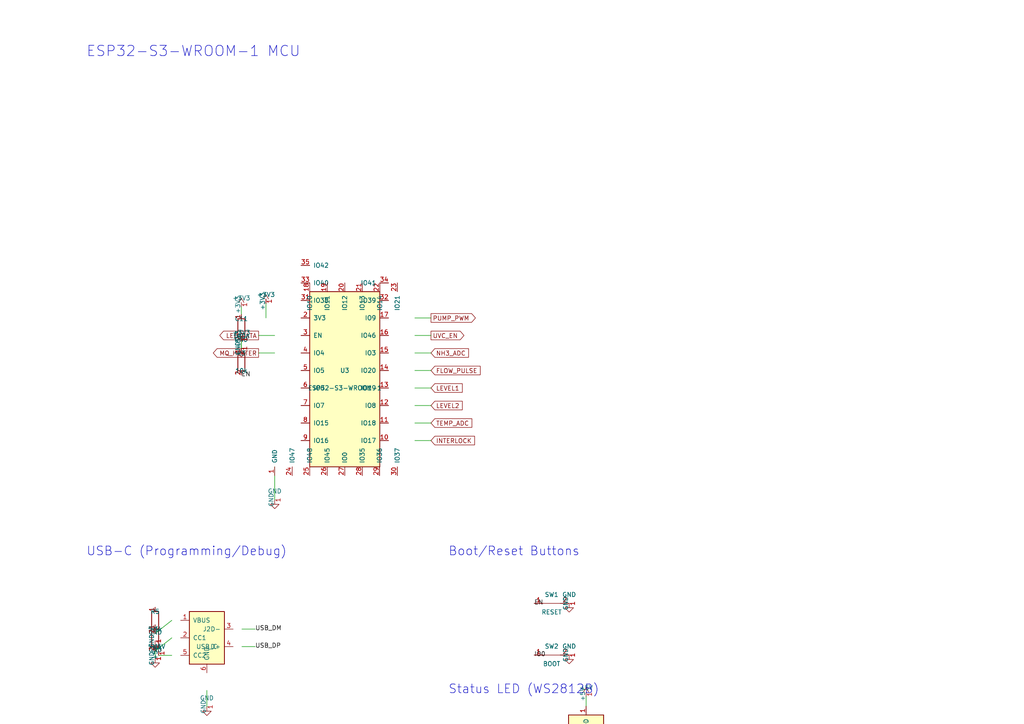
<source format=kicad_sch>
(kicad_sch (version 20231120) (generator "petfilter_schgen") (generator_version "1.0")
  (paper "A4")
  (title_block (title "PetFilter - ESP32-S3 MCU") (date "2026-02-15") (rev "0.1") (company "PetFilter"))
  (lib_symbols
    (symbol "power:+3V3" (power) (pin_names (offset 0)) (in_bom no) (on_board no)
      (property "Value" "+3V3" (at 0 3.81 0))
      (symbol "+3V3_0_1"
        (polyline (pts (xy -0.762 1.27) (xy 0 2.54) (xy 0.762 1.27)))
      )
      (symbol "+3V3_1_1"
        (pin power_in line (at 0 0 90) (length 1.27) (name "+3V3") (number "1"))
      )
    )
    (symbol "power:+5V" (power) (pin_names (offset 0)) (in_bom no) (on_board no)
      (property "Value" "+5V" (at 0 3.81 0))
      (symbol "+5V_0_1"
        (polyline (pts (xy -0.762 1.27) (xy 0 2.54) (xy 0.762 1.27)))
      )
      (symbol "+5V_1_1"
        (pin power_in line (at 0 0 90) (length 1.27) (name "+5V") (number "1"))
      )
    )
    (symbol "power:GND" (power) (pin_names (offset 0)) (in_bom no) (on_board no)
      (property "Value" "GND" (at 0 -3.81 0))
      (symbol "GND_0_1"
        (polyline (pts (xy 0 0) (xy 0 -1.27) (xy 1.27 -1.27) (xy 0 -2.54) (xy -1.27 -1.27) (xy 0 -1.27)))
      )
      (symbol "GND_1_1"
        (pin power_in line (at 0 0 270) (length 0.00) (name "GND") (number "1"))
      )
    )
    (symbol "Device:R" (pin_names (offset 0) hide)
      (property "Reference" "R" (at 2.54 0 90))
      (property "Value" "R" (at -2.54 0 90))
      (symbol "R_0_1"
        (rectangle (start -1.016 2.54) (end 1.016 -2.54) (stroke (width 0.254)))
      )
      (symbol "R_1_1"
        (pin passive line (at 0 3.81 270) (length 1.27) (name "~") (number "1"))
        (pin passive line (at 0 -3.81 90) (length 1.27) (name "~") (number "2"))
      )
    )
    (symbol "Device:C" (pin_names (offset 0) hide)
      (property "Reference" "C" (at 2.54 0 90))
      (property "Value" "C" (at -2.54 0 90))
      (symbol "C_0_1"
        (rectangle (start -1.016 2.54) (end 1.016 -2.54) (stroke (width 0.254)))
      )
      (symbol "C_1_1"
        (pin passive line (at 0 3.81 270) (length 1.27) (name "~") (number "1"))
        (pin passive line (at 0 -3.81 90) (length 1.27) (name "~") (number "2"))
      )
    )
    (symbol "Switch:SW_Push" (pin_names (offset 1.016) hide)
      (property "Reference" "SW" (at 2.54 2.54 0))
      (property "Value" "SW_Push" (at 0 -2.54 0))
      (symbol "SW_Push_0_1"
        (polyline (pts (xy -2.54 0) (xy 2.54 0)))
      )
      (symbol "SW_Push_1_1"
        (pin passive line (at -5.08 0 0) (length 2.54) (name "1") (number "1"))
        (pin passive line (at 5.08 0 180) (length 2.54) (name "2") (number "2"))
      )
    )
    (symbol "LED:WS2812B" (pin_names (offset 1.016))
      (property "Reference" "D" (at 0 8.89 0))
      (property "Value" "WS2812B" (at 0 -8.89 0))
      (symbol "WS2812B_0_1"
        (rectangle (start -5.08 7.62) (end 5.08 -7.62) (stroke (width 0.254)) (fill (type background)))
      )
      (symbol "WS2812B_1_1"
        (pin power_in line (at 0 10.16 270) (length 2.54) (name "VDD") (number "1"))
        (pin output line (at 7.62 0 180) (length 2.54) (name "DO") (number "2"))
        (pin power_in line (at 0 -10.16 90) (length 2.54) (name "GND") (number "3"))
        (pin input line (at -7.62 0 0) (length 2.54) (name "DI") (number "4"))
      )
    )
    (symbol "RF_Module:ESP32-S3-WROOM-1" (pin_names (offset 1.016))
      (property "Reference" "U" (at 0 27.94 0))
      (property "Value" "ESP32-S3-WROOM-1" (at 0 -27.94 0))
      (symbol "ESP32-S3-WROOM-1_0_1"
        (rectangle (start -10.16 25.40) (end 10.16 -25.40) (stroke (width 0.254)) (fill (type background)))
      )
      (symbol "ESP32-S3-WROOM-1_1_1"
        (pin power_in line (at -12.70 17.78 0) (length 2.54) (name "3V3") (number "2"))
        (pin input line (at -12.70 12.70 0) (length 2.54) (name "EN") (number "3"))
        (pin bidirectional line (at -12.70 7.62 0) (length 2.54) (name "IO4") (number "4"))
        (pin bidirectional line (at -12.70 2.54 0) (length 2.54) (name "IO5") (number "5"))
        (pin bidirectional line (at -12.70 -2.54 0) (length 2.54) (name "IO6") (number "6"))
        (pin bidirectional line (at -12.70 -7.62 0) (length 2.54) (name "IO7") (number "7"))
        (pin bidirectional line (at -12.70 -12.70 0) (length 2.54) (name "IO15") (number "8"))
        (pin bidirectional line (at -12.70 -17.78 0) (length 2.54) (name "IO16") (number "9"))
        (pin bidirectional line (at 12.70 -17.78 180) (length 2.54) (name "IO17") (number "10"))
        (pin bidirectional line (at 12.70 -12.70 180) (length 2.54) (name "IO18") (number "11"))
        (pin bidirectional line (at 12.70 -7.62 180) (length 2.54) (name "IO8") (number "12"))
        (pin bidirectional line (at 12.70 -2.54 180) (length 2.54) (name "IO19") (number "13"))
        (pin bidirectional line (at 12.70 2.54 180) (length 2.54) (name "IO20") (number "14"))
        (pin bidirectional line (at 12.70 7.62 180) (length 2.54) (name "IO3") (number "15"))
        (pin bidirectional line (at 12.70 12.70 180) (length 2.54) (name "IO46") (number "16"))
        (pin bidirectional line (at 12.70 17.78 180) (length 2.54) (name "IO9") (number "17"))
        (pin bidirectional line (at -10.16 27.94 270) (length 2.54) (name "IO10") (number "18"))
        (pin bidirectional line (at -5.08 27.94 270) (length 2.54) (name "IO11") (number "19"))
        (pin bidirectional line (at 0.00 27.94 270) (length 2.54) (name "IO12") (number "20"))
        (pin bidirectional line (at 5.08 27.94 270) (length 2.54) (name "IO13") (number "21"))
        (pin bidirectional line (at 10.16 27.94 270) (length 2.54) (name "IO14") (number "22"))
        (pin bidirectional line (at 15.24 27.94 270) (length 2.54) (name "IO21") (number "23"))
        (pin bidirectional line (at -15.24 -27.94 90) (length 2.54) (name "IO47") (number "24"))
        (pin bidirectional line (at -10.16 -27.94 90) (length 2.54) (name "IO48") (number "25"))
        (pin bidirectional line (at -5.08 -27.94 90) (length 2.54) (name "IO45") (number "26"))
        (pin bidirectional line (at 0.00 -27.94 90) (length 2.54) (name "IO0") (number "27"))
        (pin bidirectional line (at 5.08 -27.94 90) (length 2.54) (name "IO35") (number "28"))
        (pin bidirectional line (at 10.08 -27.94 90) (length 2.54) (name "IO36") (number "29"))
        (pin bidirectional line (at 15.24 -27.94 90) (length 2.54) (name "IO37") (number "30"))
        (pin bidirectional line (at -12.70 22.86 0) (length 2.54) (name "IO38") (number "31"))
        (pin bidirectional line (at 12.70 22.86 180) (length 2.54) (name "IO39") (number "32"))
        (pin bidirectional line (at -12.70 27.94 0) (length 2.54) (name "IO40") (number "33"))
        (pin bidirectional line (at 12.70 27.94 180) (length 2.54) (name "IO41") (number "34"))
        (pin bidirectional line (at -12.70 33.02 0) (length 2.54) (name "IO42") (number "35"))
        (pin power_in line (at -20.32 -27.94 90) (length 2.54) (name "GND") (number "1"))
      )
    )
    (symbol "Connector:USB_C_Receptacle_USB2.0" (pin_names (offset 1.016))
      (property "Reference" "U" (at 0 10.16 0))
      (property "Value" "USB_C_Receptacle_USB2.0" (at 0 -10.16 0))
      (symbol "USB_C_Receptacle_USB2.0_0_1"
        (rectangle (start -5.08 7.62) (end 5.08 -7.62) (stroke (width 0.254)) (fill (type background)))
      )
      (symbol "USB_C_Receptacle_USB2.0_1_1"
        (pin power_out line (at -7.62 5.08 0) (length 2.54) (name "VBUS") (number "1"))
        (pin bidirectional line (at -7.62 0.00 0) (length 2.54) (name "CC1") (number "2"))
        (pin bidirectional line (at 7.62 2.54 180) (length 2.54) (name "D-") (number "3"))
        (pin bidirectional line (at 7.62 -2.54 180) (length 2.54) (name "D+") (number "4"))
        (pin bidirectional line (at -7.62 -5.08 0) (length 2.54) (name "CC2") (number "5"))
        (pin power_in line (at 0.00 -10.16 90) (length 2.54) (name "GND") (number "6"))
      )
    )
    (symbol "Connector_Generic:Conn_01x03_Pin" (pin_names (offset 1.016))
      (property "Reference" "J" (at 0 7.62 0))
      (property "Value" "Conn_01x03" (at 0 -7.62 0))
      (symbol "Conn_01x03_Pin_0_1"
        (rectangle (start -1.27 5.08) (end 1.27 -5.08) (stroke (width 0.254)) (fill (type background)))
      )
      (symbol "Conn_01x03_Pin_1_1"
        (pin passive line (at 5.08 2.54 180) (length 2.54) (name "Pin_1") (number "1"))
        (pin passive line (at 5.08 0.00 180) (length 2.54) (name "Pin_2") (number "2"))
        (pin passive line (at 5.08 -2.54 180) (length 2.54) (name "Pin_3") (number "3"))
      )
    )
  )
  (text "ESP32-S3-WROOM-1 MCU" (at 25.00 15.00 0) (effects (font (size 3.00 3.00)) (justify left)))
  (symbol (lib_id "RF_Module:ESP32-S3-WROOM-1") (at 100.00 110.00 0) (unit 1)
    (property "Reference" "U3" (at 100.00 107.46 0))
    (property "Value" "ESP32-S3-WROOM-1" (at 100.00 112.54 0))
    (property "Footprint" "RF_Module:ESP32-S3-WROOM-1" (effects hide))
  )
  (symbol (lib_id "power:+3V3") (at 77.14 88.00 0) (unit 1) (in_bom no) (on_board no)
    (property "Reference" "#PWR001" (effects hide))
    (property "Value" "+3V3" (at 77.14 85.46 0))
  )
  (wire (pts (xy 77.14 88.00) (xy 77.14 92.22)))
  (symbol (lib_id "power:GND") (at 79.68 145.00 0) (unit 1) (in_bom no) (on_board no)
    (property "Reference" "#PWR002" (effects hide))
    (property "Value" "GND" (at 79.68 142.46 0))
  )
  (wire (pts (xy 79.68 135.40) (xy 79.68 145.00)))
  (symbol (lib_id "Device:C") (at 70.00 95.00 0) (unit 1)
    (property "Reference" "C11" (at 70.00 92.46 0))
    (property "Value" "100n" (at 70.00 97.54 0))
    (property "Footprint" "Capacitor_SMD:C_0603_1608Metric" (effects hide))
  )
  (symbol (lib_id "power:+3V3") (at 70.00 89.00 0) (unit 1) (in_bom no) (on_board no)
    (property "Reference" "#PWR003" (effects hide))
    (property "Value" "+3V3" (at 70.00 86.46 0))
  )
  (wire (pts (xy 70.00 89.00) (xy 70.00 91.19)))
  (symbol (lib_id "power:GND") (at 70.00 101.00 0) (unit 1) (in_bom no) (on_board no)
    (property "Reference" "#PWR004" (effects hide))
    (property "Value" "GND" (at 70.00 98.46 0))
  )
  (wire (pts (xy 70.00 98.81) (xy 70.00 101.00)))
  (symbol (lib_id "Device:R") (at 70.00 105.00 0) (unit 1)
    (property "Reference" "R3" (at 70.00 102.46 0))
    (property "Value" "10k" (at 70.00 107.54 0))
    (property "Footprint" "Resistor_SMD:R_0603_1608Metric" (effects hide))
  )
  (symbol (lib_id "power:+3V3") (at 70.00 99.00 0) (unit 1) (in_bom no) (on_board no)
    (property "Reference" "#PWR005" (effects hide))
    (property "Value" "+3V3" (at 70.00 96.46 0))
  )
  (wire (pts (xy 70.00 99.00) (xy 70.00 101.19)))
  (label "EN" (at 70.00 108.81 0))
  (global_label "PUMP_PWM" (shape output) (at 125.00 92.22 0))
  (wire (pts (xy 120.32 92.22) (xy 125.00 92.22)))
  (global_label "UVC_EN" (shape output) (at 125.00 97.30 0))
  (wire (pts (xy 120.32 97.30) (xy 125.00 97.30)))
  (global_label "NH3_ADC" (shape input) (at 125.00 102.38 0))
  (wire (pts (xy 120.32 102.38) (xy 125.00 102.38)))
  (global_label "FLOW_PULSE" (shape input) (at 125.00 107.46 0))
  (wire (pts (xy 120.32 107.46) (xy 125.00 107.46)))
  (global_label "LEVEL1" (shape input) (at 125.00 112.54 0))
  (wire (pts (xy 120.32 112.54) (xy 125.00 112.54)))
  (global_label "LEVEL2" (shape input) (at 125.00 117.62 0))
  (wire (pts (xy 120.32 117.62) (xy 125.00 117.62)))
  (global_label "TEMP_ADC" (shape input) (at 125.00 122.70 0))
  (wire (pts (xy 120.32 122.70) (xy 125.00 122.70)))
  (global_label "INTERLOCK" (shape input) (at 125.00 127.78 0))
  (wire (pts (xy 120.32 127.78) (xy 125.00 127.78)))
  (global_label "MQ_HEATER" (shape output) (at 75.00 102.38 180))
  (wire (pts (xy 79.68 102.38) (xy 75.00 102.38)))
  (text "USB-C (Programming/Debug)" (at 25.00 160.00 0) (effects (font (size 2.54 2.54)) (justify left)))
  (symbol (lib_id "Connector:USB_C_Receptacle_USB2.0") (at 60.00 185.00 0) (unit 1)
    (property "Reference" "J2" (at 60.00 182.46 0))
    (property "Value" "USB_C" (at 60.00 187.54 0))
    (property "Footprint" "Connector_USB:USB_C_Receptacle_GCT_USB4105" (effects hide))
  )
  (symbol (lib_id "power:+5V") (at 46.00 190.08 0) (unit 1) (in_bom no) (on_board no)
    (property "Reference" "#PWR006" (effects hide))
    (property "Value" "+5V" (at 46.00 187.54 0))
  )
  (wire (pts (xy 49.84 190.08) (xy 46.00 190.08)))
  (symbol (lib_id "power:GND") (at 60.00 205.00 0) (unit 1) (in_bom no) (on_board no)
    (property "Reference" "#PWR007" (effects hide))
    (property "Value" "GND" (at 60.00 202.46 0))
  )
  (wire (pts (xy 60.00 200.24) (xy 60.00 205.00)))
  (symbol (lib_id "Device:R") (at 45.00 185.00 0) (unit 1)
    (property "Reference" "R4" (at 45.00 182.46 0))
    (property "Value" "5.1k" (at 45.00 187.54 0))
    (property "Footprint" "Resistor_SMD:R_0603_1608Metric" (effects hide))
  )
  (wire (pts (xy 49.84 185.00) (xy 45.00 188.81)))
  (symbol (lib_id "power:GND") (at 45.00 191.00 0) (unit 1) (in_bom no) (on_board no)
    (property "Reference" "#PWR008" (effects hide))
    (property "Value" "GND" (at 45.00 188.46 0))
  )
  (wire (pts (xy 45.00 188.81) (xy 45.00 191.00)))
  (symbol (lib_id "Device:R") (at 45.00 179.92 0) (unit 1)
    (property "Reference" "R5" (at 45.00 177.38 0))
    (property "Value" "5.1k" (at 45.00 182.46 0))
    (property "Footprint" "Resistor_SMD:R_0603_1608Metric" (effects hide))
  )
  (wire (pts (xy 49.84 179.92) (xy 45.00 183.73)))
  (symbol (lib_id "power:GND") (at 45.00 185.92 0) (unit 1) (in_bom no) (on_board no)
    (property "Reference" "#PWR009" (effects hide))
    (property "Value" "GND" (at 45.00 183.38 0))
  )
  (label "USB_DP" (at 74.00 187.54 0))
  (wire (pts (xy 70.16 187.54) (xy 74.00 187.54)))
  (label "USB_DM" (at 74.00 182.46 0))
  (wire (pts (xy 70.16 182.46) (xy 74.00 182.46)))
  (text "Boot/Reset Buttons" (at 130.00 160.00 0) (effects (font (size 2.54 2.54)) (justify left)))
  (symbol (lib_id "Switch:SW_Push") (at 160.00 175.00 0) (unit 1)
    (property "Reference" "SW1" (at 160.00 172.46 0))
    (property "Value" "RESET" (at 160.00 177.54 0))
    (property "Footprint" "Switch_SMD:SW_Push_1P1T_NO_6x6mm_H9.5mm" (effects hide))
  )
  (label "EN" (at 154.92 175.00 0))
  (symbol (lib_id "power:GND") (at 165.08 175.00 0) (unit 1) (in_bom no) (on_board no)
    (property "Reference" "#PWR010" (effects hide))
    (property "Value" "GND" (at 165.08 172.46 0))
  )
  (symbol (lib_id "Switch:SW_Push") (at 160.00 190.00 0) (unit 1)
    (property "Reference" "SW2" (at 160.00 187.46 0))
    (property "Value" "BOOT" (at 160.00 192.54 0))
    (property "Footprint" "Switch_SMD:SW_Push_1P1T_NO_6x6mm_H9.5mm" (effects hide))
  )
  (label "IO0" (at 154.92 190.00 0))
  (symbol (lib_id "power:GND") (at 165.08 190.00 0) (unit 1) (in_bom no) (on_board no)
    (property "Reference" "#PWR011" (effects hide))
    (property "Value" "GND" (at 165.08 187.46 0))
  )
  (text "Status LED (WS2812B)" (at 130.00 200.00 0) (effects (font (size 2.54 2.54)) (justify left)))
  (symbol (lib_id "LED:WS2812B") (at 170.00 215.00 0) (unit 1)
    (property "Reference" "D3" (at 170.00 212.46 0))
    (property "Value" "WS2812B" (at 170.00 217.54 0))
    (property "Footprint" "LED_SMD:LED_WS2812B_PLCC4_5.0x5.0mm_P3.2mm" (effects hide))
  )
  (symbol (lib_id "power:+5V") (at 170.00 202.00 0) (unit 1) (in_bom no) (on_board no)
    (property "Reference" "#PWR012" (effects hide))
    (property "Value" "+5V" (at 170.00 199.46 0))
  )
  (wire (pts (xy 170.00 202.00) (xy 170.00 204.84)))
  (symbol (lib_id "power:GND") (at 170.00 228.00 0) (unit 1) (in_bom no) (on_board no)
    (property "Reference" "#PWR013" (effects hide))
    (property "Value" "GND" (at 170.00 225.46 0))
  )
  (wire (pts (xy 170.00 225.16) (xy 170.00 228.00)))
  (label "LED_DI" (at 162.38 215.00 0))
  (global_label "LED_DATA" (shape output) (at 75.00 97.30 180))
  (wire (pts (xy 79.68 97.30) (xy 75.00 97.30)))
)
</source>
